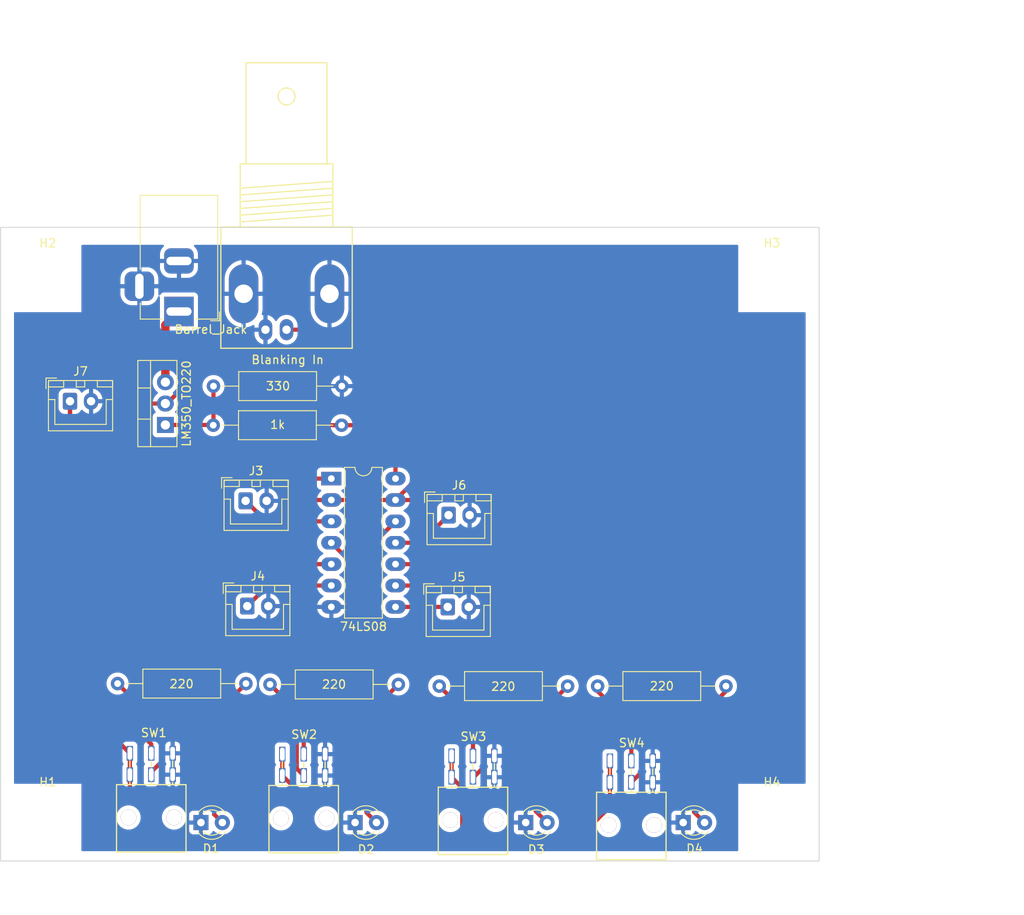
<source format=kicad_pcb>
(kicad_pcb (version 20221018) (generator pcbnew)
  (layers (0 "F.Cu" signal) (31 "B.Cu" signal) (34 "B.Paste" user) (35 "F.Paste" user) (36 "B.SilkS" user "B.Silkscreen") (37 "F.SilkS" user "F.Silkscreen") (38 "B.Mask" user) (39 "F.Mask" user) (44 "Edge.Cuts" user))
  (net 0 "")
  (net 1 "On_4")
  (net 2 "On_3")
  (net 3 "On_2")
  (net 4 "On_1")
  (net 5 "Net-(U0-ADJ)")
  (net 6 "Net-(R4-Pad1)")
  (net 7 "Net-(R3-Pad1)")
  (net 8 "Net-(R2-Pad1)")
  (net 9 "Net-(R1-Pad1)")
  (net 10 "Net-(J6-Pin_1)")
  (net 11 "Net-(J5-Pin_1)")
  (net 12 "Net-(J4-Pin_1)")
  (net 13 "Net-(J3-Pin_1)")
  (net 14 "Net-(D4-A)")
  (net 15 "Net-(D3-A)")
  (net 16 "Net-(D2-A)")
  (net 17 "Net-(D1-A)")
  (net 18 "GNDREF")
  (net 19 "Blanking_In")
  (net 20 "5V")
  (net 21 "+9V")
  (footprint "Resistor_THT:R_Axial_DIN0309_L9.0mm_D3.2mm_P15.24mm_Horizontal" (layer "F.Cu") (at 61.4 129.2)
    (fp_text reference "R2")
    (fp_text value "220" (at 7.6 0) (layer "F.SilkS"))
    (fp_line (start 1.04 0) (end 3 0) (stroke (width 0.12)) (layer "F.SilkS"))
    (fp_line (start 3 -1.72) (end 3 1.72) (stroke (width 0.12)) (layer "F.SilkS"))
    (fp_line (start 3 1.72) (end 12.24 1.72) (stroke (width 0.12)) (layer "F.SilkS"))
    (fp_line (start 12.24 -1.72) (end 3 -1.72) (stroke (width 0.12)) (layer "F.SilkS"))
    (fp_line (start 12.24 1.72) (end 12.24 -1.72) (stroke (width 0.12)) (layer "F.SilkS"))
    (fp_line (start 14.2 0) (end 12.24 0) (stroke (width 0.12)) (layer "F.SilkS"))
    (pad "1" thru_hole circle (at 0 0) (size 1.6 1.6) (drill 0.8) (layers "*.Cu" "*.Mask") (net 8 "Net-(R2-Pad1)"))
    (pad "2" thru_hole oval (at 15.24 0) (size 1.6 1.6) (drill 0.8) (layers "*.Cu" "*.Mask") (net 16 "Net-(D2-A)"))
  )
  (footprint "LED_THT:LED_D3.0mm" (layer "F.Cu") (at 71.5 145.6)
    (fp_text reference "D2" (at 1.3 3.2) (layer "F.SilkS"))
    (fp_text value "LED")
    (fp_line (start -0.29 -1.236) (end -0.29 -1.08) (stroke (width 0.12)) (layer "F.SilkS"))
    (fp_line (start -0.29 1.08) (end -0.29 1.236) (stroke (width 0.12)) (layer "F.SilkS"))
    (fp_arc (start -0.29 -1.235516) (mid 1.366487 -1.987659) (end 2.942335 -1.078608) (stroke (width 0.12)) (layer "F.SilkS"))
    (fp_arc (start 0.229039 -1.08) (mid 1.270117 -1.5) (end 2.31113 -1.079837) (stroke (width 0.12)) (layer "F.SilkS"))
    (fp_arc (start 2.31113 1.079837) (mid 1.270117 1.5) (end 0.229039 1.08) (stroke (width 0.12)) (layer "F.SilkS"))
    (fp_arc (start 2.942335 1.078608) (mid 1.366487 1.987659) (end -0.29 1.235516) (stroke (width 0.12)) (layer "F.SilkS"))
    (pad "1" thru_hole rect (at 0 0) (size 1.8 1.8) (drill 0.9) (layers "*.Cu" "*.Mask") (net 18 "GNDREF"))
    (pad "2" thru_hole circle (at 2.54 0) (size 1.8 1.8) (drill 0.9) (layers "*.Cu" "*.Mask") (net 16 "Net-(D2-A)"))
  )
  (footprint "Resistor_THT:R_Axial_DIN0309_L9.0mm_D3.2mm_P15.24mm_Horizontal" (layer "F.Cu") (at 54.686 93.78)
    (fp_text reference "R99" hide)
    (fp_text value "330" (at 7.67 0) (layer "F.SilkS"))
    (fp_line (start 1.04 0) (end 3 0) (stroke (width 0.12)) (layer "F.SilkS"))
    (fp_line (start 3 -1.72) (end 3 1.72) (stroke (width 0.12)) (layer "F.SilkS"))
    (fp_line (start 3 1.72) (end 12.24 1.72) (stroke (width 0.12)) (layer "F.SilkS"))
    (fp_line (start 12.24 -1.72) (end 3 -1.72) (stroke (width 0.12)) (layer "F.SilkS"))
    (fp_line (start 12.24 1.72) (end 12.24 -1.72) (stroke (width 0.12)) (layer "F.SilkS"))
    (fp_line (start 14.2 0) (end 12.24 0) (stroke (width 0.12)) (layer "F.SilkS"))
    (pad "1" thru_hole circle (at 0 0) (size 1.6 1.6) (drill 0.8) (layers "*.Cu" "*.Mask") (net 5 "Net-(U0-ADJ)"))
    (pad "2" thru_hole oval (at 15.24 0) (size 1.6 1.6) (drill 0.8) (layers "*.Cu" "*.Mask") (net 18 "GNDREF"))
  )
  (footprint "MountingHole:MountingHole_3.2mm_M3" (layer "F.Cu") (at 121 145)
    (fp_text reference "H4" (at 0 -4.2) (layer "F.SilkS"))
    (fp_text value "MountingHole")
    (pad "" np_thru_hole circle (at 0 0) (size 3.2 3.2) (drill 3.2) (layers "*.Cu" "*.Mask"))
  )
  (footprint "Maxime:BNC_Socket_TYCO-AMP_LargePads" (layer "F.Cu") (at 63.36 82.07979)
    (fp_text reference "J2" hide)
    (fp_text value "Blanking In" (at 0.13 8.57) (layer "F.SilkS"))
    (fp_line (start -7.80034 -7.2009) (end -7.80034 7.2009) (stroke (width 0.15)) (layer "F.SilkS"))
    (fp_line (start -7.80034 7.2009) (end 7.80034 7.2009) (stroke (width 0.15)) (layer "F.SilkS"))
    (fp_line (start -5.4991 -14.69898) (end -5.4991 -7.2009) (stroke (width 0.15)) (layer "F.SilkS"))
    (fp_line (start -5.4991 -11.80084) (end 5.4991 -12.60094) (stroke (width 0.15)) (layer "F.SilkS"))
    (fp_line (start -5.4991 -11.00074) (end 5.4991 -11.80084) (stroke (width 0.15)) (layer "F.SilkS"))
    (fp_line (start -5.4991 -10.20064) (end 5.4991 -11.00074) (stroke (width 0.15)) (layer "F.SilkS"))
    (fp_line (start -5.4991 -9.40054) (end 5.4991 -10.20064) (stroke (width 0.15)) (layer "F.SilkS"))
    (fp_line (start -5.4991 -8.60044) (end 5.4991 -9.40054) (stroke (width 0.15)) (layer "F.SilkS"))
    (fp_line (start -5.4991 -7.80034) (end 5.4991 -8.60044) (stroke (width 0.15)) (layer "F.SilkS"))
    (fp_line (start -4.8006 -26.70048) (end -4.8006 -14.69898) (stroke (width 0.15)) (layer "F.SilkS"))
    (fp_line (start 4.8006 -26.70048) (end -4.8006 -26.70048) (stroke (width 0.15)) (layer "F.SilkS"))
    (fp_line (start 4.8006 -14.69898) (end 4.8006 -26.70048) (stroke (width 0.15)) (layer "F.SilkS"))
    (fp_line (start 5.4991 -14.69898) (end -5.4991 -14.69898) (stroke (width 0.15)) (layer "F.SilkS"))
    (fp_line (start 5.4991 -7.2009) (end 5.4991 -14.69898) (stroke (width 0.15)) (layer "F.SilkS"))
    (fp_line (start 7.80034 -7.2009) (end -7.80034 -7.2009) (stroke (width 0.15)) (layer "F.SilkS"))
    (fp_line (start 7.80034 7.2009) (end 7.80034 -7.2009) (stroke (width 0.15)) (layer "F.SilkS"))
    (fp_circle (center 0 -22.69998) (end 1.00076 -22.69998) (stroke (width 0.15)) (fill none) (layer "F.SilkS"))
    (pad "1" thru_hole oval (at 0 5.00126) (size 1.6002 2.49936) (drill 1.00076) (layers "*.Cu" "*.Mask") (net 19 "Blanking_In"))
    (pad "2" thru_hole oval (at -5.09778 0.7366) (size 3.50012 7.00024) (drill 2.19964) (layers "*.Cu" "*.Mask") (net 18 "GNDREF"))
    (pad "2" thru_hole oval (at -2.49936 5.00126) (size 1.6002 2.49936) (drill 1.00076) (layers "*.Cu" "*.Mask") (net 18 "GNDREF"))
    (pad "2" thru_hole oval (at 5.10032 0.7366) (size 3.50012 7.00024) (drill 2.19964) (layers "*.Cu" "*.Mask") (net 18 "GNDREF"))
  )
  (footprint "MountingHole:MountingHole_3.2mm_M3" (layer "F.Cu") (at 121 81)
    (fp_text reference "H3" (at 0 -4.2) (layer "F.SilkS"))
    (fp_text value "MountingHole")
    (pad "" np_thru_hole circle (at 0 0) (size 3.2 3.2) (drill 3.2) (layers "*.Cu" "*.Mask"))
  )
  (footprint "MountingHole:MountingHole_3.2mm_M3" (layer "F.Cu") (at 35 145)
    (fp_text reference "H1" (at 0 -4.2) (layer "F.SilkS"))
    (fp_text value "MountingHole")
    (pad "" np_thru_hole circle (at 0 0) (size 3.2 3.2) (drill 3.2) (layers "*.Cu" "*.Mask"))
  )
  (footprint "Maxime:maxi_DPDT_Angled" (layer "F.Cu") (at 65.4 149.2)
    (fp_text reference "SW2" (at 0.05 -14.05) (layer "F.SilkS"))
    (fp_text value "SW_Push_DPDT" hide)
    (fp_line (start -4.125 -8) (end -4.125 0) (stroke (width 0.15)) (layer "F.SilkS"))
    (fp_line (start -4.125 -8) (end 4.125 -8) (stroke (width 0.15)) (layer "F.SilkS"))
    (fp_line (start -4.125 0.005) (end 4.125 0.005) (stroke (width 0.15)) (layer "F.SilkS"))
    (fp_line (start -2.54 -10.8) (end -2.54 -10.1) (stroke (width 0.15)) (layer "F.SilkS"))
    (fp_line (start -2.54 -8.25) (end -2.54 -8) (stroke (width 0.15)) (layer "F.SilkS"))
    (fp_line (start 0 -10.8) (end 0 -10.1) (stroke (width 0.15)) (layer "F.SilkS"))
    (fp_line (start 0 -8.25) (end 0 -8) (stroke (width 0.15)) (layer "F.SilkS"))
    (fp_line (start 2.54 -10.8) (end 2.54 -10.1) (stroke (width 0.15)) (layer "F.SilkS"))
    (fp_line (start 2.54 -8) (end 2.54 -8.25) (stroke (width 0.15)) (layer "F.SilkS"))
    (fp_line (start 4.125 -8) (end 4.125 0) (stroke (width 0.15)) (layer "F.SilkS"))
    (pad "1" thru_hole rect (at -2.54 -11.72) (size 0.75 1.75) (drill oval 0.55 1.55) (layers "*.Cu" "*.Mask") (net 20 "5V"))
    (pad "2" thru_hole rect (at 0 -11.72) (size 0.75 1.75) (drill oval 0.55 1.55) (layers "*.Cu" "*.Mask") (net 3 "On_2"))
    (pad "3" thru_hole rect (at 2.54 -11.72) (size 0.75 1.75) (drill oval 0.55 1.55) (layers "*.Cu" "*.Mask") (net 18 "GNDREF"))
    (pad "4" thru_hole rect (at -2.54 -9.18) (size 0.75 1.75) (drill oval 0.55 1.55) (layers "*.Cu" "*.Mask") (net 20 "5V"))
    (pad "5" thru_hole rect (at 0 -9.18) (size 0.75 1.75) (drill oval 0.55 1.55) (layers "*.Cu" "*.Mask") (net 8 "Net-(R2-Pad1)"))
    (pad "6" thru_hole rect (at 2.54 -9.18) (size 0.75 1.75) (drill oval 0.55 1.55) (layers "*.Cu" "*.Mask") (net 18 "GNDREF"))
    (pad "7" thru_hole circle (at -2.7 -4.1) (size 1.85 1.85) (drill 1.85) (layers "*.Cu" "*.Mask"))
    (pad "8" thru_hole circle (at 2.7 -4.1) (size 1.85 1.85) (drill 1.85) (layers "*.Cu" "*.Mask"))
  )
  (footprint "Maxime:maxi_DPDT_Angled" (layer "F.Cu") (at 104.3 150)
    (fp_text reference "SW4" (at 0.05 -13.85) (layer "F.SilkS"))
    (fp_text value "SW_Push_DPDT" hide)
    (fp_line (start -4.125 -8) (end -4.125 0) (stroke (width 0.15)) (layer "F.SilkS"))
    (fp_line (start -4.125 -8) (end 4.125 -8) (stroke (width 0.15)) (layer "F.SilkS"))
    (fp_line (start -4.125 0.005) (end 4.125 0.005) (stroke (width 0.15)) (layer "F.SilkS"))
    (fp_line (start -2.54 -10.8) (end -2.54 -10.1) (stroke (width 0.15)) (layer "F.SilkS"))
    (fp_line (start -2.54 -8.25) (end -2.54 -8) (stroke (width 0.15)) (layer "F.SilkS"))
    (fp_line (start 0 -10.8) (end 0 -10.1) (stroke (width 0.15)) (layer "F.SilkS"))
    (fp_line (start 0 -8.25) (end 0 -8) (stroke (width 0.15)) (layer "F.SilkS"))
    (fp_line (start 2.54 -10.8) (end 2.54 -10.1) (stroke (width 0.15)) (layer "F.SilkS"))
    (fp_line (start 2.54 -8) (end 2.54 -8.25) (stroke (width 0.15)) (layer "F.SilkS"))
    (fp_line (start 4.125 -8) (end 4.125 0) (stroke (width 0.15)) (layer "F.SilkS"))
    (pad "1" thru_hole rect (at -2.54 -11.72) (size 0.75 1.75) (drill oval 0.55 1.55) (layers "*.Cu" "*.Mask") (net 20 "5V"))
    (pad "2" thru_hole rect (at 0 -11.72) (size 0.75 1.75) (drill oval 0.55 1.55) (layers "*.Cu" "*.Mask") (net 1 "On_4"))
    (pad "3" thru_hole rect (at 2.54 -11.72) (size 0.75 1.75) (drill oval 0.55 1.55) (layers "*.Cu" "*.Mask") (net 18 "GNDREF"))
    (pad "4" thru_hole rect (at -2.54 -9.18) (size 0.75 1.75) (drill oval 0.55 1.55) (layers "*.Cu" "*.Mask") (net 20 "5V"))
    (pad "5" thru_hole rect (at 0 -9.18) (size 0.75 1.75) (drill oval 0.55 1.55) (layers "*.Cu" "*.Mask") (net 6 "Net-(R4-Pad1)"))
    (pad "6" thru_hole rect (at 2.54 -9.18) (size 0.75 1.75) (drill oval 0.55 1.55) (layers "*.Cu" "*.Mask") (net 18 "GNDREF"))
    (pad "7" thru_hole circle (at -2.7 -4.1) (size 1.85 1.85) (drill 1.85) (layers "*.Cu" "*.Mask"))
    (pad "8" thru_hole circle (at 2.7 -4.1) (size 1.85 1.85) (drill 1.85) (layers "*.Cu" "*.Mask"))
  )
  (footprint "Resistor_THT:R_Axial_DIN0309_L9.0mm_D3.2mm_P15.24mm_Horizontal" (layer "F.Cu") (at 54.66 98.42)
    (fp_text reference "R98" hide)
    (fp_text value "1k" (at 7.64 -0.07) (layer "F.SilkS"))
    (fp_line (start 1.04 0) (end 3 0) (stroke (width 0.12)) (layer "F.SilkS"))
    (fp_line (start 3 -1.72) (end 3 1.72) (stroke (width 0.12)) (layer "F.SilkS"))
    (fp_line (start 3 1.72) (end 12.24 1.72) (stroke (width 0.12)) (layer "F.SilkS"))
    (fp_line (start 12.24 -1.72) (end 3 -1.72) (stroke (width 0.12)) (layer "F.SilkS"))
    (fp_line (start 12.24 1.72) (end 12.24 -1.72) (stroke (width 0.12)) (layer "F.SilkS"))
    (fp_line (start 14.2 0) (end 12.24 0) (stroke (width 0.12)) (layer "F.SilkS"))
    (pad "1" thru_hole circle (at 0 0) (size 1.6 1.6) (drill 0.8) (layers "*.Cu" "*.Mask") (net 5 "Net-(U0-ADJ)"))
    (pad "2" thru_hole oval (at 15.24 0) (size 1.6 1.6) (drill 0.8) (layers "*.Cu" "*.Mask") (net 20 "5V"))
  )
  (footprint "Maxime:maxi_DPDT_Angled" (layer "F.Cu") (at 85.5 149.4)
    (fp_text reference "SW3" (at 0.05 -14) (layer "F.SilkS"))
    (fp_text value "SW_Push_DPDT" hide)
    (fp_line (start -4.125 -8) (end -4.125 0) (stroke (width 0.15)) (layer "F.SilkS"))
    (fp_line (start -4.125 -8) (end 4.125 -8) (stroke (width 0.15)) (layer "F.SilkS"))
    (fp_line (start -4.125 0.005) (end 4.125 0.005) (stroke (width 0.15)) (layer "F.SilkS"))
    (fp_line (start -2.54 -10.8) (end -2.54 -10.1) (stroke (width 0.15)) (layer "F.SilkS"))
    (fp_line (start -2.54 -8.25) (end -2.54 -8) (stroke (width 0.15)) (layer "F.SilkS"))
    (fp_line (start 0 -10.8) (end 0 -10.1) (stroke (width 0.15)) (layer "F.SilkS"))
    (fp_line (start 0 -8.25) (end 0 -8) (stroke (width 0.15)) (layer "F.SilkS"))
    (fp_line (start 2.54 -10.8) (end 2.54 -10.1) (stroke (width 0.15)) (layer "F.SilkS"))
    (fp_line (start 2.54 -8) (end 2.54 -8.25) (stroke (width 0.15)) (layer "F.SilkS"))
    (fp_line (start 4.125 -8) (end 4.125 0) (stroke (width 0.15)) (layer "F.SilkS"))
    (pad "1" thru_hole rect (at -2.54 -11.72) (size 0.75 1.75) (drill oval 0.55 1.55) (layers "*.Cu" "*.Mask") (net 20 "5V"))
    (pad "2" thru_hole rect (at 0 -11.72) (size 0.75 1.75) (drill oval 0.55 1.55) (layers "*.Cu" "*.Mask") (net 2 "On_3"))
    (pad "3" thru_hole rect (at 2.54 -11.72) (size 0.75 1.75) (drill oval 0.55 1.55) (layers "*.Cu" "*.Mask") (net 18 "GNDREF"))
    (pad "4" thru_hole rect (at -2.54 -9.18) (size 0.75 1.75) (drill oval 0.55 1.55) (layers "*.Cu" "*.Mask") (net 20 "5V"))
    (pad "5" thru_hole rect (at 0 -9.18) (size 0.75 1.75) (drill oval 0.55 1.55) (layers "*.Cu" "*.Mask") (net 7 "Net-(R3-Pad1)"))
    (pad "6" thru_hole rect (at 2.54 -9.18) (size 0.75 1.75) (drill oval 0.55 1.55) (layers "*.Cu" "*.Mask") (net 18 "GNDREF"))
    (pad "7" thru_hole circle (at -2.7 -4.1) (size 1.85 1.85) (drill 1.85) (layers "*.Cu" "*.Mask"))
    (pad "8" thru_hole circle (at 2.7 -4.1) (size 1.85 1.85) (drill 1.85) (layers "*.Cu" "*.Mask"))
  )
  (footprint "Connector_JST:JST_XH_B2B-XH-A_1x02_P2.50mm_Vertical" (layer "F.Cu") (at 82.6 109.1)
    (fp_text reference "J6" (at 1.25 -3.55) (layer "F.SilkS"))
    (fp_text value "Conn_01x02_Socket" hide)
    (fp_line (start -2.85 -2.75) (end -2.85 -1.5) (stroke (width 0.12)) (layer "F.SilkS"))
    (fp_line (start -2.56 -2.46) (end -2.56 3.51) (stroke (width 0.12)) (layer "F.SilkS"))
    (fp_line (start -2.56 3.51) (end 5.06 3.51) (stroke (width 0.12)) (layer "F.SilkS"))
    (fp_line (start -2.55 -2.45) (end -2.55 -1.7) (stroke (width 0.12)) (layer "F.SilkS"))
    (fp_line (start -2.55 -1.7) (end -0.75 -1.7) (stroke (width 0.12)) (layer "F.SilkS"))
    (fp_line (start -2.55 -0.2) (end -1.8 -0.2) (stroke (width 0.12)) (layer "F.SilkS"))
    (fp_line (start -1.8 -0.2) (end -1.8 2.75) (stroke (width 0.12)) (layer "F.SilkS"))
    (fp_line (start -1.8 2.75) (end 1.25 2.75) (stroke (width 0.12)) (layer "F.SilkS"))
    (fp_line (start -1.6 -2.75) (end -2.85 -2.75) (stroke (width 0.12)) (layer "F.SilkS"))
    (fp_line (start -0.75 -2.45) (end -2.55 -2.45) (stroke (width 0.12)) (layer "F.SilkS"))
    (fp_line (start -0.75 -1.7) (end -0.75 -2.45) (stroke (width 0.12)) (layer "F.SilkS"))
    (fp_line (start 0.75 -2.45) (end 0.75 -1.7) (stroke (width 0.12)) (layer "F.SilkS"))
    (fp_line (start 0.75 -1.7) (end 1.75 -1.7) (stroke (width 0.12)) (layer "F.SilkS"))
    (fp_line (start 1.75 -2.45) (end 0.75 -2.45) (stroke (width 0.12)) (layer "F.SilkS"))
    (fp_line (start 1.75 -1.7) (end 1.75 -2.45) (stroke (width 0.12)) (layer "F.SilkS"))
    (fp_line (start 3.25 -2.45) (end 3.25 -1.7) (stroke (width 0.12)) (layer "F.SilkS"))
    (fp_line (start 3.25 -1.7) (end 5.05 -1.7) (stroke (width 0.12)) (layer "F.SilkS"))
    (fp_line (start 4.3 -0.2) (end 4.3 2.75) (stroke (width 0.12)) (layer "F.SilkS"))
    (fp_line (start 4.3 2.75) (end 1.25 2.75) (stroke (width 0.12)) (layer "F.SilkS"))
    (fp_line (start 5.05 -2.45) (end 3.25 -2.45) (stroke (width 0.12)) (layer "F.SilkS"))
    (fp_line (start 5.05 -1.7) (end 5.05 -2.45) (stroke (width 0.12)) (layer "F.SilkS"))
    (fp_line (start 5.05 -0.2) (end 4.3 -0.2) (stroke (width 0.12)) (layer "F.SilkS"))
    (fp_line (start 5.06 -2.46) (end -2.56 -2.46) (stroke (width 0.12)) (layer "F.SilkS"))
    (fp_line (start 5.06 3.51) (end 5.06 -2.46) (stroke (width 0.12)) (layer "F.SilkS"))
    (pad "1" thru_hole roundrect (at 0 0) (size 1.7 2) (drill 1) (layers "*.Cu" "*.Mask") (roundrect_rratio 0.147059) (net 10 "Net-(J6-Pin_1)"))
    (pad "2" thru_hole oval (at 2.5 0) (size 1.7 2) (drill 1) (layers "*.Cu" "*.Mask") (net 18 "GNDREF"))
  )
  (footprint "Resistor_THT:R_Axial_DIN0309_L9.0mm_D3.2mm_P15.24mm_Horizontal" (layer "F.Cu") (at 100.3 129.4)
    (fp_text reference "R4")
    (fp_text value "220" (at 7.62 0) (layer "F.SilkS"))
    (fp_line (start 1.04 0) (end 3 0) (stroke (width 0.12)) (layer "F.SilkS"))
    (fp_line (start 3 -1.72) (end 3 1.72) (stroke (width 0.12)) (layer "F.SilkS"))
    (fp_line (start 3 1.72) (end 12.24 1.72) (stroke (width 0.12)) (layer "F.SilkS"))
    (fp_line (start 12.24 -1.72) (end 3 -1.72) (stroke (width 0.12)) (layer "F.SilkS"))
    (fp_line (start 12.24 1.72) (end 12.24 -1.72) (stroke (width 0.12)) (layer "F.SilkS"))
    (fp_line (start 14.2 0) (end 12.24 0) (stroke (width 0.12)) (layer "F.SilkS"))
    (pad "1" thru_hole circle (at 0 0) (size 1.6 1.6) (drill 0.8) (layers "*.Cu" "*.Mask") (net 6 "Net-(R4-Pad1)"))
    (pad "2" thru_hole oval (at 15.24 0) (size 1.6 1.6) (drill 0.8) (layers "*.Cu" "*.Mask") (net 14 "Net-(D4-A)"))
  )
  (footprint "Package_DIP:DIP-14_W7.62mm_LongPads" (layer "F.Cu") (at 68.68 104.76)
    (fp_text reference "U1" hide)
    (fp_text value "74LS08" (at 3.81 17.57) (layer "F.SilkS"))
    (fp_line (start 1.56 -1.33) (end 1.56 16.57) (stroke (width 0.12)) (layer "F.SilkS"))
    (fp_line (start 1.56 16.57) (end 6.06 16.57) (stroke (width 0.12)) (layer "F.SilkS"))
    (fp_line (start 2.81 -1.33) (end 1.56 -1.33) (stroke (width 0.12)) (layer "F.SilkS"))
    (fp_line (start 6.06 -1.33) (end 4.81 -1.33) (stroke (width 0.12)) (layer "F.SilkS"))
    (fp_line (start 6.06 16.57) (end 6.06 -1.33) (stroke (width 0.12)) (layer "F.SilkS"))
    (fp_arc (start 4.81 -1.33) (mid 3.81 -0.33) (end 2.81 -1.33) (stroke (width 0.12)) (layer "F.SilkS"))
    (pad "1" thru_hole rect (at 0 0) (size 2.4 1.6) (drill 0.8) (layers "*.Cu" "*.Mask") (net 4 "On_1"))
    (pad "2" thru_hole oval (at 0 2.54) (size 2.4 1.6) (drill 0.8) (layers "*.Cu" "*.Mask") (net 19 "Blanking_In"))
    (pad "3" thru_hole oval (at 0 5.08) (size 2.4 1.6) (drill 0.8) (layers "*.Cu" "*.Mask") (net 13 "Net-(J3-Pin_1)"))
    (pad "4" thru_hole oval (at 0 7.62) (size 2.4 1.6) (drill 0.8) (layers "*.Cu" "*.Mask") (net 3 "On_2"))
    (pad "5" thru_hole oval (at 0 10.16) (size 2.4 1.6) (drill 0.8) (layers "*.Cu" "*.Mask") (net 19 "Blanking_In"))
    (pad "6" thru_hole oval (at 0 12.7) (size 2.4 1.6) (drill 0.8) (layers "*.Cu" "*.Mask") (net 12 "Net-(J4-Pin_1)"))
    (pad "7" thru_hole oval (at 0 15.24) (size 2.4 1.6) (drill 0.8) (layers "*.Cu" "*.Mask") (net 18 "GNDREF"))
    (pad "8" thru_hole oval (at 7.62 15.24) (size 2.4 1.6) (drill 0.8) (layers "*.Cu" "*.Mask") (net 11 "Net-(J5-Pin_1)"))
    (pad "9" thru_hole oval (at 7.62 12.7) (size 2.4 1.6) (drill 0.8) (layers "*.Cu" "*.Mask") (net 1 "On_4"))
    (pad "10" thru_hole oval (at 7.62 10.16) (size 2.4 1.6) (drill 0.8) (layers "*.Cu" "*.Mask") (net 19 "Blanking_In"))
    (pad "11" thru_hole oval (at 7.62 7.62) (size 2.4 1.6) (drill 0.8) (layers "*.Cu" "*.Mask") (net 10 "Net-(J6-Pin_1)"))
    (pad "12" thru_hole oval (at 7.62 5.08) (size 2.4 1.6) (drill 0.8) (layers "*.Cu" "*.Mask") (net 2 "On_3"))
    (pad "13" thru_hole oval (at 7.62 2.54) (size 2.4 1.6) (drill 0.8) (layers "*.Cu" "*.Mask") (net 19 "Blanking_In"))
    (pad "14" thru_hole oval (at 7.62 0) (size 2.4 1.6) (drill 0.8) (layers "*.Cu" "*.Mask") (net 20 "5V"))
  )
  (footprint "Resistor_THT:R_Axial_DIN0309_L9.0mm_D3.2mm_P15.24mm_Horizontal" (layer "F.Cu") (at 81.5 129.4)
    (fp_text reference "R3")
    (fp_text value "220" (at 7.6 0.05) (layer "F.SilkS"))
    (fp_line (start 1.04 0) (end 3 0) (stroke (width 0.12)) (layer "F.SilkS"))
    (fp_line (start 3 -1.72) (end 3 1.72) (stroke (width 0.12)) (layer "F.SilkS"))
    (fp_line (start 3 1.72) (end 12.24 1.72) (stroke (width 0.12)) (layer "F.SilkS"))
    (fp_line (start 12.24 -1.72) (end 3 -1.72) (stroke (width 0.12)) (layer "F.SilkS"))
    (fp_line (start 12.24 1.72) (end 12.24 -1.72) (stroke (width 0.12)) (layer "F.SilkS"))
    (fp_line (start 14.2 0) (end 12.24 0) (stroke (width 0.12)) (layer "F.SilkS"))
    (pad "1" thru_hole circle (at 0 0) (size 1.6 1.6) (drill 0.8) (layers "*.Cu" "*.Mask") (net 7 "Net-(R3-Pad1)"))
    (pad "2" thru_hole oval (at 15.24 0) (size 1.6 1.6) (drill 0.8) (layers "*.Cu" "*.Mask") (net 15 "Net-(D3-A)"))
  )
  (footprint "LED_THT:LED_D3.0mm" (layer "F.Cu") (at 53.2 145.6)
    (fp_text reference "D1" (at 1.2 3.1) (layer "F.SilkS"))
    (fp_text value "LED")
    (fp_line (start -0.29 -1.236) (end -0.29 -1.08) (stroke (width 0.12)) (layer "F.SilkS"))
    (fp_line (start -0.29 1.08) (end -0.29 1.236) (stroke (width 0.12)) (layer "F.SilkS"))
    (fp_arc (start -0.29 -1.235516) (mid 1.366487 -1.987659) (end 2.942335 -1.078608) (stroke (width 0.12)) (layer "F.SilkS"))
    (fp_arc (start 0.229039 -1.08) (mid 1.270117 -1.5) (end 2.31113 -1.079837) (stroke (width 0.12)) (layer "F.SilkS"))
    (fp_arc (start 2.31113 1.079837) (mid 1.270117 1.5) (end 0.229039 1.08) (stroke (width 0.12)) (layer "F.SilkS"))
    (fp_arc (start 2.942335 1.078608) (mid 1.366487 1.987659) (end -0.29 1.235516) (stroke (width 0.12)) (layer "F.SilkS"))
    (pad "1" thru_hole rect (at 0 0) (size 1.8 1.8) (drill 0.9) (layers "*.Cu" "*.Mask") (net 18 "GNDREF"))
    (pad "2" thru_hole circle (at 2.54 0) (size 1.8 1.8) (drill 0.9) (layers "*.Cu" "*.Mask") (net 17 "Net-(D1-A)"))
  )
  (footprint "Maxime:maxi_DPDT_Angled" (layer "F.Cu") (at 47.3 149.1)
    (fp_text reference "SW1" (at 0.3 -14.15) (layer "F.SilkS"))
    (fp_text value "SW_Push_DPDT" hide)
    (fp_line (start -4.125 -8) (end -4.125 0) (stroke (width 0.15)) (layer "F.SilkS"))
    (fp_line (start -4.125 -8) (end 4.125 -8) (stroke (width 0.15)) (layer "F.SilkS"))
    (fp_line (start -4.125 0.005) (end 4.125 0.005) (stroke (width 0.15)) (layer "F.SilkS"))
    (fp_line (start -2.54 -10.8) (end -2.54 -10.1) (stroke (width 0.15)) (layer "F.SilkS"))
    (fp_line (start -2.54 -8.25) (end -2.54 -8) (stroke (width 0.15)) (layer "F.SilkS"))
    (fp_line (start 0 -10.8) (end 0 -10.1) (stroke (width 0.15)) (layer "F.SilkS"))
    (fp_line (start 0 -8.25) (end 0 -8) (stroke (width 0.15)) (layer "F.SilkS"))
    (fp_line (start 2.54 -10.8) (end 2.54 -10.1) (stroke (width 0.15)) (layer "F.SilkS"))
    (fp_line (start 2.54 -8) (end 2.54 -8.25) (stroke (width 0.15)) (layer "F.SilkS"))
    (fp_line (start 4.125 -8) (end 4.125 0) (stroke (width 0.15)) (layer "F.SilkS"))
    (pad "1" thru_hole rect (at -2.54 -11.72) (size 0.75 1.75) (drill oval 0.55 1.55) (layers "*.Cu" "*.Mask") (net 20 "5V"))
    (pad "2" thru_hole rect (at 0 -11.72) (size 0.75 1.75) (drill oval 0.55 1.55) (layers "*.Cu" "*.Mask") (net 4 "On_1"))
    (pad "3" thru_hole rect (at 2.54 -11.72) (size 0.75 1.75) (drill oval 0.55 1.55) (layers "*.Cu" "*.Mask") (net 18 "GNDREF"))
    (pad "4" thru_hole rect (at -2.54 -9.18) (size 0.75 1.75) (drill oval 0.55 1.55) (layers "*.Cu" "*.Mask") (net 20 "5V"))
    (pad "5" thru_hole rect (at 0 -9.18) (size 0.75 1.75) (drill oval 0.55 1.55) (layers "*.Cu" "*.Mask") (net 9 "Net-(R1-Pad1)"))
    (pad "6" thru_hole rect (at 2.54 -9.18) (size 0.75 1.75) (drill oval 0.55 1.55) (layers "*.Cu" "*.Mask") (net 18 "GNDREF"))
    (pad "7" thru_hole circle (at -2.7 -4.1) (size 1.85 1.85) (drill 1.85) (layers "*.Cu" "*.Mask"))
    (pad "8" thru_hole circle (at 2.7 -4.1) (size 1.85 1.85) (drill 1.85) (layers "*.Cu" "*.Mask"))
  )
  (footprint "Connector_JST:JST_XH_B2B-XH-A_1x02_P2.50mm_Vertical" (layer "F.Cu") (at 37.65 95.575)
    (fp_text reference "J7" (at 1.25 -3.55) (layer "F.SilkS"))
    (fp_text value "5 Vin (optional)")
    (fp_line (start -2.85 -2.75) (end -2.85 -1.5) (stroke (width 0.12)) (layer "F.SilkS"))
    (fp_line (start -2.56 -2.46) (end -2.56 3.51) (stroke (width 0.12)) (layer "F.SilkS"))
    (fp_line (start -2.56 3.51) (end 5.06 3.51) (stroke (width 0.12)) (layer "F.SilkS"))
    (fp_line (start -2.55 -2.45) (end -2.55 -1.7) (stroke (width 0.12)) (layer "F.SilkS"))
    (fp_line (start -2.55 -1.7) (end -0.75 -1.7) (stroke (width 0.12)) (layer "F.SilkS"))
    (fp_line (start -2.55 -0.2) (end -1.8 -0.2) (stroke (width 0.12)) (layer "F.SilkS"))
    (fp_line (start -1.8 -0.2) (end -1.8 2.75) (stroke (width 0.12)) (layer "F.SilkS"))
    (fp_line (start -1.8 2.75) (end 1.25 2.75) (stroke (width 0.12)) (layer "F.SilkS"))
    (fp_line (start -1.6 -2.75) (end -2.85 -2.75) (stroke (width 0.12)) (layer "F.SilkS"))
    (fp_line (start -0.75 -2.45) (end -2.55 -2.45) (stroke (width 0.12)) (layer "F.SilkS"))
    (fp_line (start -0.75 -1.7) (end -0.75 -2.45) (stroke (width 0.12)) (layer "F.SilkS"))
    (fp_line (start 0.75 -2.45) (end 0.75 -1.7) (stroke (width 0.12)) (layer "F.SilkS"))
    (fp_line (start 0.75 -1.7) (end 1.75 -1.7) (stroke (width 0.12)) (layer "F.SilkS"))
    (fp_line (start 1.75 -2.45) (end 0.75 -2.45) (stroke (width 0.12)) (layer "F.SilkS"))
    (fp_line (start 1.75 -1.7) (end 1.75 -2.45) (stroke (width 0.12)) (layer "F.SilkS"))
    (fp_line (start 3.25 -2.45) (end 3.25 -1.7) (stroke (width 0.12)) (layer "F.SilkS"))
    (fp_line (start 3.25 -1.7) (end 5.05 -1.7) (stroke (width 0.12)) (layer "F.SilkS"))
    (fp_line (start 4.3 -0.2) (end 4.3 2.75) (stroke (width 0.12)) (layer "F.SilkS"))
    (fp_line (start 4.3 2.75) (end 1.25 2.75) (stroke (width 0.12)) (layer "F.SilkS"))
    (fp_line (start 5.05 -2.45) (end 3.25 -2.45) (stroke (width 0.12)) (layer "F.SilkS"))
    (fp_line (start 5.05 -1.7) (end 5.05 -2.45) (stroke (width 0.12)) (layer "F.SilkS"))
    (fp_line (start 5.05 -0.2) (end 4.3 -0.2) (stroke (width 0.12)) (layer "F.SilkS"))
    (fp_line (start 5.06 -2.46) (end -2.56 -2.46) (stroke (width 0.12)) (layer "F.SilkS"))
    (fp_line (start 5.06 3.51) (end 5.06 -2.46) (stroke (width 0.12)) (layer "F.SilkS"))
    (pad "1" thru_hole roundrect (at 0 0) (size 1.7 2) (drill 1) (layers "*.Cu" "*.Mask") (roundrect_rratio 0.147059) (net 20 "5V"))
    (pad "2" thru_hole oval (at 2.5 0) (size 1.7 2) (drill 1) (layers "*.Cu" "*.Mask") (net 18 "GNDREF"))
  )
  (footprint "Connector_BarrelJack:BarrelJack_Horizontal" (layer "F.Cu") (at 50.5875 84.92 -90)
    (fp_text reference "J1" hide)
    (fp_text value "Barrel_Jack" (at 2.13 -3.8 180) (layer "F.SilkS"))
    (fp_line (start -13.8 -4.6) (end 0.9 -4.6) (stroke (width 0.12)) (layer "F.SilkS"))
    (fp_line (start -13.8 4.6) (end -13.8 -4.6) (stroke (width 0.12)) (layer "F.SilkS"))
    (fp_line (start -5 4.6) (end -13.8 4.6) (stroke (width 0.12)) (layer "F.SilkS"))
    (fp_line (start 0.05 -4.8) (end 1.1 -4.8) (stroke (width 0.12)) (layer "F.SilkS"))
    (fp_line (start 0.9 -4.6) (end 0.9 -2) (stroke (width 0.12)) (layer "F.SilkS"))
    (fp_line (start 0.9 1.9) (end 0.9 4.6) (stroke (width 0.12)) (layer "F.SilkS"))
    (fp_line (start 0.9 4.6) (end -1 4.6) (stroke (width 0.12)) (layer "F.SilkS"))
    (fp_line (start 1.1 -3.75) (end 1.1 -4.8) (stroke (width 0.12)) (layer "F.SilkS"))
    (pad "1" thru_hole rect (at 0 0 270) (size 3.5 3.5) (drill oval 1 3) (layers "*.Cu" "*.Mask") (net 21 "+9V"))
    (pad "2" thru_hole roundrect (at -6 0 270) (size 3 3.5) (drill oval 1 3) (layers "*.Cu" "*.Mask") (net 18 "GNDREF"))
    (pad "3" thru_hole roundrect (at -3 4.7 270) (size 3.5 3.5) (drill oval 3 1) (layers "*.Cu" "*.Mask") (net 18 "GNDREF"))
  )
  (footprint "Connector_JST:JST_XH_B2B-XH-A_1x02_P2.50mm_Vertical" (layer "F.Cu") (at 58.5 107.4)
    (fp_text reference "J3" (at 1.25 -3.55) (layer "F.SilkS"))
    (fp_text value "Conn_01x02_Socket")
    (fp_line (start -2.85 -2.75) (end -2.85 -1.5) (stroke (width 0.12)) (layer "F.SilkS"))
    (fp_line (start -2.56 -2.46) (end -2.56 3.51) (stroke (width 0.12)) (layer "F.SilkS"))
    (fp_line (start -2.56 3.51) (end 5.06 3.51) (stroke (width 0.12)) (layer "F.SilkS"))
    (fp_line (start -2.55 -2.45) (end -2.55 -1.7) (stroke (width 0.12)) (layer "F.SilkS"))
    (fp_line (start -2.55 -1.7) (end -0.75 -1.7) (stroke (width 0.12)) (layer "F.SilkS"))
    (fp_line (start -2.55 -0.2) (end -1.8 -0.2) (stroke (width 0.12)) (layer "F.SilkS"))
    (fp_line (start -1.8 -0.2) (end -1.8 2.75) (stroke (width 0.12)) (layer "F.SilkS"))
    (fp_line (start -1.8 2.75) (end 1.25 2.75) (stroke (width 0.12)) (layer "F.SilkS"))
    (fp_line (start -1.6 -2.75) (end -2.85 -2.75) (stroke (width 0.12)) (layer "F.SilkS"))
    (fp_line (start -0.75 -2.45) (end -2.55 -2.45) (stroke (width 0.12)) (layer "F.SilkS"))
    (fp_line (start -0.75 -1.7) (end -0.75 -2.45) (stroke (width 0.12)) (layer "F.SilkS"))
    (fp_line (start 0.75 -2.45) (end 0.75 -1.7) (stroke (width 0.12)) (layer "F.SilkS"))
    (fp_line (start 0.75 -1.7) (end 1.75 -1.7) (stroke (width 0.12)) (layer "F.SilkS"))
    (fp_line (start 1.75 -2.45) (end 0.75 -2.45) (stroke (width 0.12)) (layer "F.SilkS"))
    (fp_line (start 1.75 -1.7) (end 1.75 -2.45) (stroke (width 0.12)) (layer "F.SilkS"))
    (fp_line (start 3.25 -2.45) (end 3.25 -1.7) (stroke (width 0.12)) (layer "F.SilkS"))
    (fp_line (start 3.25 -1.7) (end 5.05 -1.7) (stroke (width 0.12)) (layer "F.SilkS"))
    (fp_line (start 4.3 -0.2) (end 4.3 2.75) (stroke (width 0.12)) (layer "F.SilkS"))
    (fp_line (start 4.3 2.75) (end 1.25 2.75) (stroke (width 0.12)) (layer "F.SilkS"))
    (fp_line (start 5.05 -2.45) (end 3.25 -2.45) (stroke (width 0.12)) (layer "F.SilkS"))
    (fp_line (start 5.05 -1.7) (end 5.05 -2.45) (stroke (width 0.12)) (layer "F.SilkS"))
    (fp_line (start 5.05 -0.2) (end 4.3 -0.2) (stroke (width 0.12)) (layer "F.SilkS"))
    (fp_line (start 5.06 -2.46) (end -2.56 -2.46) (stroke (width 0.12)) (layer "F.SilkS"))
    (fp_line (start 5.06 3.51) (end 5.06 -2.46) (stroke (width 0.12)) (layer "F.SilkS"))
    (pad "1" thru_hole roundrect (at 0 0) (size 1.7 2) (drill 1) (layers "*.Cu" "*.Mask") (roundrect_rratio 0.147059) (net 13 "Net-(J3-Pin_1)"))
    (pad "2" thru_hole oval (at 2.5 0) (size 1.7 2) (drill 1) (layers "*.Cu" "*.Mask") (net 18 "GNDREF"))
  )
  (footprint "LED_THT:LED_D3.0mm" (layer "F.Cu") (at 110.46 145.6)
    (fp_text reference "D4" (at 1.35 3.1) (layer "F.SilkS"))
    (fp_text value "LED")
    (fp_line (start -0.29 -1.236) (end -0.29 -1.08) (stroke (width 0.12)) (layer "F.SilkS"))
    (fp_line (start -0.29 1.08) (end -0.29 1.236) (stroke (width 0.12)) (layer "F.SilkS"))
    (fp_arc (start -0.29 -1.235516) (mid 1.366487 -1.987659) (end 2.942335 -1.078608) (stroke (width 0.12)) (layer "F.SilkS"))
    (fp_arc (start 0.229039 -1.08) (mid 1.270117 -1.5) (end 2.31113 -1.079837) (stroke (width 0.12)) (layer "F.SilkS"))
    (fp_arc (start 2.31113 1.079837) (mid 1.270117 1.5) (end 0.229039 1.08) (stroke (width 0.12)) (layer "F.SilkS"))
    (fp_arc (start 2.942335 1.078608) (mid 1.366487 1.987659) (end -0.29 1.235516) (stroke (width 0.12)) (layer "F.SilkS"))
    (pad "1" thru_hole rect (at 0 0) (size 1.8 1.8) (drill 0.9) (layers "*.Cu" "*.Mask") (net 18 "GNDREF"))
    (pad "2" thru_hole circle (at 2.54 0) (size 1.8 1.8) (drill 0.9) (layers "*.Cu" "*.Mask") (net 14 "Net-(D4-A)"))
  )
  (footprint "MountingHole:MountingHole_3.2mm_M3" (layer "F.Cu") (at 35 81)
    (fp_text reference "H2" (at 0 -4.2) (layer "F.SilkS"))
    (fp_text value "MountingHole")
    (pad "" np_thru_hole circle (at 0 0) (size 3.2 3.2) (drill 3.2) (layers "*.Cu" "*.Mask"))
  )
  (footprint "LED_THT:LED_D3.0mm" (layer "F.Cu") (at 91.76 145.6)
    (fp_text reference "D3" (at 1.25 3.2) (layer "F.SilkS"))
    (fp_text value "LED")
    (fp_line (start -0.29 -1.236) (end -0.29 -1.08) (stroke (width 0.12)) (layer "F.SilkS"))
    (fp_line (start -0.29 1.08) (end -0.29 1.236) (stroke (width 0.12)) (layer "F.SilkS"))
    (fp_arc (start -0.29 -1.235516) (mid 1.366487 -1.987659) (end 2.942335 -1.078608) (stroke (width 0.12)) (layer "F.SilkS"))
    (fp_arc (start 0.229039 -1.08) (mid 1.270117 -1.5) (end 2.31113 -1.079837) (stroke (width 0.12)) (layer "F.SilkS"))
    (fp_arc (start 2.31113 1.079837) (mid 1.270117 1.5) (end 0.229039 1.08) (stroke (width 0.12)) (layer "F.SilkS"))
    (fp_arc (start 2.942335 1.078608) (mid 1.366487 1.987659) (end -0.29 1.235516) (stroke (width 0.12)) (layer "F.SilkS"))
    (pad "1" thru_hole rect (at 0 0) (size 1.8 1.8) (drill 0.9) (layers "*.Cu" "*.Mask") (net 18 "GNDREF"))
    (pad "2" thru_hole circle (at 2.54 0) (size 1.8 1.8) (drill 0.9) (layers "*.Cu" "*.Mask") (net 15 "Net-(D3-A)"))
  )
  (footprint "Connector_JST:JST_XH_B2B-XH-A_1x02_P2.50mm_Vertical" (layer "F.Cu") (at 58.7 119.9)
    (fp_text reference "J4" (at 1.25 -3.55) (layer "F.SilkS"))
    (fp_text value "Conn_01x02_Socket" hide)
    (fp_line (start -2.85 -2.75) (end -2.85 -1.5) (stroke (width 0.12)) (layer "F.SilkS"))
    (fp_line (start -2.56 -2.46) (end -2.56 3.51) (stroke (width 0.12)) (layer "F.SilkS"))
    (fp_line (start -2.56 3.51) (end 5.06 3.51) (stroke (width 0.12)) (layer "F.SilkS"))
    (fp_line (start -2.55 -2.45) (end -2.55 -1.7) (stroke (width 0.12)) (layer "F.SilkS"))
    (fp_line (start -2.55 -1.7) (end -0.75 -1.7) (stroke (width 0.12)) (layer "F.SilkS"))
    (fp_line (start -2.55 -0.2) (end -1.8 -0.2) (stroke (width 0.12)) (layer "F.SilkS"))
    (fp_line (start -1.8 -0.2) (end -1.8 2.75) (stroke (width 0.12)) (layer "F.SilkS"))
    (fp_line (start -1.8 2.75) (end 1.25 2.75) (stroke (width 0.12)) (layer "F.SilkS"))
    (fp_line (start -1.6 -2.75) (end -2.85 -2.75) (stroke (width 0.12)) (layer "F.SilkS"))
    (fp_line (start -0.75 -2.45) (end -2.55 -2.45) (stroke (width 0.12)) (layer "F.SilkS"))
    (fp_line (start -0.75 -1.7) (end -0.75 -2.45) (stroke (width 0.12)) (layer "F.SilkS"))
    (fp_line (start 0.75 -2.45) (end 0.75 -1.7) (stroke (width 0.12)) (layer "F.SilkS"))
    (fp_line (start 0.75 -1.7) (end 1.75 -1.7) (stroke (width 0.12)) (layer "F.SilkS"))
    (fp_line (start 1.75 -2.45) (end 0.75 -2.45) (stroke (width 0.12)) (layer "F.SilkS"))
    (fp_line (start 1.75 -1.7) (end 1.75 -2.45) (stroke (width 0.12)) (layer "F.SilkS"))
    (fp_line (start 3.25 -2.45) (end 3.25 -1.7) (stroke (width 0.12)) (layer "F.SilkS"))
    (fp_line (start 3.25 -1.7) (end 5.05 -1.7) (stroke (width 0.12)) (layer "F.SilkS"))
    (fp_line (start 4.3 -0.2) (end 4.3 2.75) (stroke (width 0.12)) (layer "F.SilkS"))
    (fp_line (start 4.3 2.75) (end 1.25 2.75) (stroke (width 0.12)) (layer "F.SilkS"))
    (fp_line (start 5.05 -2.45) (end 3.25 -2.45) (stroke (width 0.12)) (layer "F.SilkS"))
    (fp_line (start 5.05 -1.7) (end 5.05 -2.45) (stroke (width 0.12)) (layer "F.SilkS"))
    (fp_line (start 5.05 -0.2) (end 4.3 -0.2) (stroke (width 0.12)) (layer "F.SilkS"))
    (fp_line (start 5.06 -2.46) (end -2.56 -2.46) (stroke (width 0.12)) (layer "F.SilkS"))
    (fp_line (start 5.06 3.51) (end 5.06 -2.46) (stroke (width 0.12)) (layer "F.SilkS"))
    (pad "1" thru_hole roundrect (at 0 0) (size 1.7 2) (drill 1) (layers "*.Cu" "*.Mask") (roundrect_rratio 0.147059) (net 12 "Net-(J4-Pin_1)"))
    (pad "2" thru_hole oval (at 2.5 0) (size 1.7 2) (drill 1) (layers "*.Cu" "*.Mask") (net 18 "GNDREF"))
  )
  (footprint "Package_TO_SOT_THT:TO-220-3_Vertical" (layer "F.Cu") (at 48.975 98.39 90)
    (fp_text reference "U0")
    (fp_text value "LM350_TO220" (at 2.54 2.5 90) (layer "F.SilkS"))
    (fp_line (start -2.58 -3.27) (end -2.58 1.371) (stroke (width 0.12)) (layer "F.SilkS"))
    (fp_line (start -2.58 -3.27) (end 7.66 -3.27) (stroke (width 0.12)) (layer "F.SilkS"))
    (fp_line (start -2.58 -1.76) (end 7.66 -1.76) (stroke (width 0.12)) (layer "F.SilkS"))
    (fp_line (start -2.58 1.371) (end 7.66 1.371) (stroke (width 0.12)) (layer "F.SilkS"))
    (fp_line (start 0.69 -3.27) (end 0.69 -1.76) (stroke (width 0.12)) (layer "F.SilkS"))
    (fp_line (start 4.391 -3.27) (end 4.391 -1.76) (stroke (width 0.12)) (layer "F.SilkS"))
    (fp_line (start 7.66 -3.27) (end 7.66 1.371) (stroke (width 0.12)) (layer "F.SilkS"))
    (pad "1" thru_hole rect (at 0 0 90) (size 1.905 2) (drill 1.1) (layers "*.Cu" "*.Mask") (net 5 "Net-(U0-ADJ)"))
    (pad "2" thru_hole oval (at 2.54 0 90) (size 1.905 2) (drill 1.1) (layers "*.Cu" "*.Mask") (net 20 "5V"))
    (pad "3" thru_hole oval (at 5.08 0 90) (size 1.905 2) (drill 1.1) (layers "*.Cu" "*.Mask") (net 21 "+9V"))
  )
  (footprint "Connector_JST:JST_XH_B2B-XH-A_1x02_P2.50mm_Vertical" (layer "F.Cu") (at 82.5 120)
    (fp_text reference "J5" (at 1.25 -3.55) (layer "F.SilkS"))
    (fp_text value "Conn_01x02_Socket")
    (fp_line (start -2.85 -2.75) (end -2.85 -1.5) (stroke (width 0.12)) (layer "F.SilkS"))
    (fp_line (start -2.56 -2.46) (end -2.56 3.51) (stroke (width 0.12)) (layer "F.SilkS"))
    (fp_line (start -2.56 3.51) (end 5.06 3.51) (stroke (width 0.12)) (layer "F.SilkS"))
    (fp_line (start -2.55 -2.45) (end -2.55 -1.7) (stroke (width 0.12)) (layer "F.SilkS"))
    (fp_line (start -2.55 -1.7) (end -0.75 -1.7) (stroke (width 0.12)) (layer "F.SilkS"))
    (fp_line (start -2.55 -0.2) (end -1.8 -0.2) (stroke (width 0.12)) (layer "F.SilkS"))
    (fp_line (start -1.8 -0.2) (end -1.8 2.75) (stroke (width 0.12)) (layer "F.SilkS"))
    (fp_line (start -1.8 2.75) (end 1.25 2.75) (stroke (width 0.12)) (layer "F.SilkS"))
    (fp_line (start -1.6 -2.75) (end -2.85 -2.75) (stroke (width 0.12)) (layer "F.SilkS"))
    (fp_line (start -0.75 -2.45) (end -2.55 -2.45) (stroke (width 0.12)) (layer "F.SilkS"))
    (fp_line (start -0.75 -1.7) (end -0.75 -2.45) (stroke (width 0.12)) (layer "F.SilkS"))
    (fp_line (start 0.75 -2.45) (end 0.75 -1.7) (stroke (width 0.12)) (layer "F.SilkS"))
    (fp_line (start 0.75 -1.7) (end 1.75 -1.7) (stroke (width 0.12)) (layer "F.SilkS"))
    (fp_line (start 1.75 -2.45) (end 0.75 -2.45) (stroke (width 0.12)) (layer "F.SilkS"))
    (fp_line (start 1.75 -1.7) (end 1.75 -2.45) (stroke (width 0.12)) (layer "F.SilkS"))
    (fp_line (start 3.25 -2.45) (end 3.25 -1.7) (stroke (width 0.12)) (layer "F.SilkS"))
    (fp_line (start 3.25 -1.7) (end 5.05 -1.7) (stroke (width 0.12)) (layer "F.SilkS"))
    (fp_line (start 4.3 -0.2) (end 4.3 2.75) (stroke (width 0.12)) (layer "F.SilkS"))
    (fp_line (start 4.3 2.75) (end 1.25 2.75) (stroke (width 0.12)) (layer "F.SilkS"))
    (fp_line (start 5.05 -2.45) (end 3.25 -2.45) (stroke (width 0.12)) (layer "F.SilkS"))
    (fp_line (start 5.05 -1.7) (end 5.05 -2.45) (stroke (width 0.12)) (layer "F.SilkS"))
    (fp_line (start 5.05 -0.2) (end 4.3 -0.2) (stroke (width 0.12)) (layer "F.SilkS"))
    (fp_line (start 5.06 -2.46) (end -2.56 -2.46) (stroke (width 0.12)) (layer "F.SilkS"))
    (fp_line (start 5.06 3.51) (end 5.06 -2.46) (stroke (width 0.12)) (layer "F.SilkS"))
    (pad "1" thru_hole roundrect (at 0 0) (size 1.7 2) (drill 1) (layers "*.Cu" "*.Mask") (roundrect_rratio 0.147059) (net 11 "Net-(J5-Pin_1)"))
    (pad "2" thru_hole oval (at 2.5 0) (size 1.7 2) (drill 1) (layers "*.Cu" "*.Mask") (net 18 "GNDREF"))
  )
  (footprint "Resistor_THT:R_Axial_DIN0309_L9.0mm_D3.2mm_P15.24mm_Horizontal" (layer "F.Cu") (at 43.3 129.1)
    (fp_text reference "R1")
    (fp_text value "220" (at 7.6 0.05) (layer "F.SilkS"))
    (fp_line (start 1.04 0) (end 3 0) (stroke (width 0.12)) (layer "F.SilkS"))
    (fp_line (start 3 -1.72) (end 3 1.72) (stroke (width 0.12)) (layer "F.SilkS"))
    (fp_line (start 3 1.72) (end 12.24 1.72) (stroke (width 0.12)) (layer "F.SilkS"))
    (fp_line (start 12.24 -1.72) (end 3 -1.72) (stroke (width 0.12)) (layer "F.SilkS"))
    (fp_line (start 12.24 1.72) (end 12.24 -1.72) (stroke (width 0.12)) (layer "F.SilkS"))
    (fp_line (start 14.2 0) (end 12.24 0) (stroke (width 0.12)) (layer "F.SilkS"))
    (pad "1" thru_hole circle (at 0 0) (size 1.6 1.6) (drill 0.8) (layers "*.Cu" "*.Mask") (net 9 "Net-(R1-Pad1)"))
    (pad "2" thru_hole oval (at 15.24 0) (size 1.6 1.6) (drill 0.8) (layers "*.Cu" "*.Mask") (net 17 "Net-(D1-A)"))
  )
  (gr_rect (start 29.4132 74.93) (end 126.606 150.1648) (stroke (width 0.1)) (fill none) (layer "Edge.Cuts"))
  (segment (start 104.3 138.28) (end 104.3 136.2) (width 0.5) (layer "F.Cu") (net 1))
  (segment (start 79 116.6) (end 78.14 117.46) (width 0.5) (layer "F.Cu") (net 1))
  (segment (start 104.3 136.2) (end 98.6 130.5) (width 0.5) (layer "F.Cu") (net 1))
  (segment (start 78.14 117.46) (end 76.3 117.46) (width 0.5) (layer "F.Cu") (net 1))
  (segment (start 98.6 123.5) (end 91.7 116.6) (width 0.5) (layer "F.Cu") (net 1))
  (segment (start 91.7 116.6) (end 79 116.6) (width 0.5) (layer "F.Cu") (net 1))
  (segment (start 98.6 130.5) (end 98.6 123.5) (width 0.5) (layer "F.Cu") (net 1))
  (segment (start 73.9 121.1) (end 73.9 112.24) (width 0.5) (layer "F.Cu") (net 2))
  (segment (start 73.9 112.24) (end 76.3 109.84) (width 0.5) (layer "F.Cu") (net 2))
  (segment (start 85.5 137.68) (end 85.5 135.6) (width 0.5) (layer "F.Cu") (net 2))
  (segment (start 78.8 128.9) (end 78.8 126) (width 0.5) (layer "F.Cu") (net 2))
  (segment (start 78.8 126) (end 73.9 121.1) (width 0.5) (layer "F.Cu") (net 2))
  (segment (start 85.5 135.6) (end 78.8 128.9) (width 0.5) (layer "F.Cu") (net 2))
  (segment (start 70.9 129.5) (end 65.4 135) (width 0.5) (layer "F.Cu") (net 3))
  (segment (start 70.9 114.6) (end 70.9 129.5) (width 0.5) (layer "F.Cu") (net 3))
  (segment (start 65.4 135) (end 65.4 137.48) (width 0.5) (layer "F.Cu") (net 3))
  (segment (start 68.68 112.38) (end 70.9 114.6) (width 0.5) (layer "F.Cu") (net 3))
  (segment (start 39 128) (end 47.3 136.3) (width 0.5) (layer "F.Cu") (net 4))
  (segment (start 39 116) (end 39 128) (width 0.5) (layer "F.Cu") (net 4))
  (segment (start 66.76 104.76) (end 65 103) (width 0.5) (layer "F.Cu") (net 4))
  (segment (start 47.3 136.3) (end 47.3 137.38) (width 0.5) (layer "F.Cu") (net 4))
  (segment (start 52 103) (end 39 116) (width 0.5) (layer "F.Cu") (net 4))
  (segment (start 68.68 104.76) (end 66.76 104.76) (width 0.5) (layer "F.Cu") (net 4))
  (segment (start 65 103) (end 52 103) (width 0.5) (layer "F.Cu") (net 4))
  (segment (start 48.975 98.39) (end 50.076 98.39) (width 0.5) (layer "F.Cu") (net 5))
  (segment (start 54.686 93.78) (end 54.686 98.394) (width 0.5) (layer "F.Cu") (net 5))
  (segment (start 54.686 98.394) (end 54.66 98.42) (width 0.5) (layer "F.Cu") (net 5))
  (segment (start 48.975 98.39) (end 54.63 98.39) (width 0.5) (layer "F.Cu") (net 5))
  (segment (start 100.3 130) (end 105.6 135.3) (width 0.5) (layer "F.Cu") (net 6))
  (segment (start 105.6 135.3) (end 105.6 139.52) (width 0.5) (layer "F.Cu") (net 6))
  (segment (start 100.3 129.4) (end 100.3 130) (width 0.5) (layer "F.Cu") (net 6))
  (segment (start 105.6 139.52) (end 104.3 140.82) (width 0.5) (layer "F.Cu") (net 6))
  (segment (start 86.7 139.1) (end 86.7 134.6) (width 0.5) (layer "F.Cu") (net 7))
  (segment (start 85.5 140.22) (end 85.58 140.22) (width 0.5) (layer "F.Cu") (net 7))
  (segment (start 86.7 134.6) (end 81.5 129.4) (width 0.5) (layer "F.Cu") (net 7))
  (segment (start 85.58 140.22) (end 86.7 139.1) (width 0.5) (layer "F.Cu") (net 7))
  (segment (start 64.575 132.375) (end 64.575 139.195) (width 0.5) (layer "F.Cu") (net 8))
  (segment (start 61.4 129.2) (end 64.575 132.375) (width 0.5) (layer "F.Cu") (net 8))
  (segment (start 65.4 140.02) (end 65.4 139.9) (width 0.5) (layer "F.Cu") (net 8))
  (segment (start 64.575 139.195) (end 65.4 140.02) (width 0.5) (layer "F.Cu") (net 8))
  (segment (start 48.5 134.3) (end 43.3 129.1) (width 0.5) (layer "F.Cu") (net 9))
  (segment (start 48.5 138.4) (end 48.5 134.3) (width 0.5) (layer "F.Cu") (net 9))
  (segment (start 47.3 139.92) (end 47.3 139.6) (width 0.5) (layer "F.Cu") (net 9))
  (segment (start 47.3 139.6) (end 48.5 138.4) (width 0.5) (layer "F.Cu") (net 9))
  (segment (start 76.3 112.38) (end 79.32 112.38) (width 0.5) (layer "F.Cu") (net 10))
  (segment (start 79.32 112.38) (end 82.6 109.1) (width 0.5) (layer "F.Cu") (net 10))
  (segment (start 82.5 120) (end 76.3 120) (width 0.5) (layer "F.Cu") (net 11))
  (segment (start 68.68 117.46) (end 61.14 117.46) (width 0.5) (layer "F.Cu") (net 12))
  (segment (start 61.14 117.46) (end 58.7 119.9) (width 0.5) (layer "F.Cu") (net 12))
  (segment (start 68.68 109.84) (end 60.94 109.84) (width 0.5) (layer "F.Cu") (net 13))
  (segment (start 60.94 109.84) (end 58.5 107.4) (width 0.5) (layer "F.Cu") (net 13))
  (segment (start 111.76 133.78) (end 111.76 144.36) (width 0.5) (layer "F.Cu") (net 14))
  (segment (start 111.76 144.36) (end 113 145.6) (width 0.5) (layer "F.Cu") (net 14))
  (segment (start 115.54 130) (end 111.76 133.78) (width 0.5) (layer "F.Cu") (net 14))
  (segment (start 115.54 129.4) (end 115.54 130) (width 0.5) (layer "F.Cu") (net 14))
  (segment (start 92.96 133.18) (end 92.96 144.26) (width 0.5) (layer "F.Cu") (net 15))
  (segment (start 96.74 129.4) (end 92.96 133.18) (width 0.5) (layer "F.Cu") (net 15))
  (segment (start 92.96 144.26) (end 94.3 145.6) (width 0.5) (layer "F.Cu") (net 15))
  (segment (start 76.64 129.2) (end 72.86 132.98) (width 0.5) (layer "F.Cu") (net 16))
  (segment (start 72.86 144.42) (end 74.04 145.6) (width 0.5) (layer "F.Cu") (net 16))
  (segment (start 72.86 132.98) (end 72.86 144.42) (width 0.5) (layer "F.Cu") (net 16))
  (segment (start 54.76 144.62) (end 54.76 132.88) (width 0.5) (layer "F.Cu") (net 17))
  (segment (start 55.74 145.6) (end 54.76 144.62) (width 0.5) (layer "F.Cu") (net 17))
  (segment (start 54.76 132.88) (end 58.54 129.1) (width 0.5) (layer "F.Cu") (net 17))
  (segment (start 58.1 104.8) (end 63.5 104.8) (width 0.5) (layer "F.Cu") (net 19))
  (segment (start 67.38105 87.08105) (end 71.6 91.3) (width 0.5) (layer "F.Cu") (net 19))
  (segment (start 82.68 114.92) (end 76.3 114.92) (width 0.5) (layer "F.Cu") (net 19))
  (segment (start 87.5 107.3) (end 88.9 108.7) (width 0.5) (layer "F.Cu") (net 19))
  (segment (start 63.5 104.8) (end 66 107.3) (width 0.5) (layer "F.Cu") (net 19))
  (segment (start 56.3 110.8) (end 56.3 106.6) (width 0.5) (layer "F.Cu") (net 19))
  (segment (start 80.3 93.7) (end 80.3 103.3) (width 0.5) (layer "F.Cu") (net 19))
  (segment (start 71.6 91.3) (end 77.9 91.3) (width 0.5) (layer "F.Cu") (net 19))
  (segment (start 80.3 103.3) (end 76.3 107.3) (width 0.5) (layer "F.Cu") (net 19))
  (segment (start 66 107.3) (end 68.68 107.3) (width 0.5) (layer "F.Cu") (net 19))
  (segment (start 68.68 114.92) (end 60.42 114.92) (width 0.5) (layer "F.Cu") (net 19))
  (segment (start 76.3 107.3) (end 87.5 107.3) (width 0.5) (layer "F.Cu") (net 19))
  (segment (start 63.36 87.08105) (end 67.38105 87.08105) (width 0.5) (layer "F.Cu") (net 19))
  (segment (start 60.42 114.92) (end 56.3 110.8) (width 0.5) (layer "F.Cu") (net 19))
  (segment (start 88.9 108.7) (end 82.68 114.92) (width 0.5) (layer "F.Cu") (net 19))
  (segment (start 56.3 106.6) (end 58.1 104.8) (width 0.5) (layer "F.Cu") (net 19))
  (segment (start 76.3 107.3) (end 68.68 107.3) (width 0.5) (layer "F.Cu") (net 19))
  (segment (start 77.9 91.3) (end 80.3 93.7) (width 0.5) (layer "F.Cu") (net 19))
  (segment (start 37.65 97.35) (end 37.65 95.575) (width 0.5) (layer "F.Cu") (net 20))
  (segment (start 65.72 98.42) (end 59.3 92) (width 0.5) (layer "F.Cu") (net 20))
  (segment (start 84.225 141.485) (end 84.225 147.025) (width 0.5) (layer "F.Cu") (net 20))
  (segment (start 48.975 95.85) (end 46.25 95.85) (width 0.5) (layer "F.Cu") (net 20))
  (segment (start 97.284746 148.2) (end 101.76 143.724746) (width 0.5) (layer "F.Cu") (net 20))
  (segment (start 59.3 92) (end 53 92) (width 0.5) (layer "F.Cu") (net 20))
  (segment (start 74.6 98.42) (end 76.3 100.12) (width 0.5) (layer "F.Cu") (net 20))
  (segment (start 44.76 137.38) (end 44.76 139.92) (width 0.5) (layer "F.Cu") (net 20))
  (segment (start 101.76 138.28) (end 101.76 140.82) (width 0.5) (layer "F.Cu") (net 20))
  (segment (start 37.65 130.27) (end 44.76 137.38) (width 0.5) (layer "F.Cu") (net 20))
  (segment (start 82.96 140.22) (end 84.225 141.485) (width 0.5) (layer "F.Cu") (net 20))
  (segment (start 49.15 95.85) (end 48.975 95.85) (width 0.5) (layer "F.Cu") (net 20))
  (segment (start 84.225 147.025) (end 85.4 148.2) (width 0.5) (layer "F.Cu") (net 20))
  (segment (start 69.9 98.42) (end 74.6 98.42) (width 0.5) (layer "F.Cu") (net 20))
  (segment (start 101.76 143.724746) (end 101.76 140.82) (width 0.5) (layer "F.Cu") (net 20))
  (segment (start 65.2 142.36) (end 65.2 144.8) (width 0.5) (layer "F.Cu") (net 20))
  (segment (start 82.96 137.68) (end 82.96 140.22) (width 0.5) (layer "F.Cu") (net 20))
  (segment (start 44.76 139.92) (end 44.76 141.775254) (width 0.5) (layer "F.Cu") (net 20))
  (segment (start 44.76 141.775254) (end 46.2 143.215254) (width 0.5) (layer "F.Cu") (net 20))
  (segment (start 43.4 98.7) (end 39 98.7) (width 0.5) (layer "F.Cu") (net 20))
  (segment (start 76.3 100.12) (end 76.3 104.76) (width 0.5) (layer "F.Cu") (net 20))
  (segment (start 50.7 148.2) (end 68.6 148.2) (width 0.5) (layer "F.Cu") (net 20))
  (segment (start 65.2 144.8) (end 68.6 148.2) (width 0.5) (layer "F.Cu") (net 20))
  (segment (start 62.86 140.02) (end 65.2 142.36) (width 0.5) (layer "F.Cu") (net 20))
  (segment (start 46.2 143.7) (end 50.7 148.2) (width 0.5) (layer "F.Cu") (net 20))
  (segment (start 37.65 95.575) (end 37.65 130.27) (width 0.5) (layer "F.Cu") (net 20))
  (segment (start 62.86 137.48) (end 62.86 140.02) (width 0.5) (layer "F.Cu") (net 20))
  (segment (start 39 98.7) (end 37.65 97.35) (width 0.5) (layer "F.Cu") (net 20))
  (segment (start 68.6 148.2) (end 85.4 148.2) (width 0.5) (layer "F.Cu") (net 20))
  (segment (start 46.2 143.215254) (end 46.2 143.7) (width 0.5) (layer "F.Cu") (net 20))
  (segment (start 53 92) (end 49.15 95.85) (width 0.5) (layer "F.Cu") (net 20))
  (segment (start 85.4 148.2) (end 97.284746 148.2) (width 0.5) (layer "F.Cu") (net 20))
  (segment (start 69.9 98.42) (end 65.72 98.42) (width 0.5) (layer "F.Cu") (net 20))
  (segment (start 46.25 95.85) (end 43.4 98.7) (width 0.5) (layer "F.Cu") (net 20))
  (segment (start 48.975 86.5325) (end 50.5875 84.92) (width 1) (layer "F.Cu") (net 21))
  (segment (start 48.975 93.31) (end 48.975 86.5325) (width 1) (layer "F.Cu") (net 21))
  (zone (net 0) (net_name "") (layers "F&B.Cu") (connect_pads (clearance 0)) (min_thickness 0.25)
    (keepout (tracks not_allowed) (vias not_allowed) (pads not_allowed) (copperpour not_allowed) (footprints allowed))
    (fill (thermal_gap 0.5) (thermal_bridge_width 0.5))
    (polygon (pts (xy 31 141) (xy 39 141) (xy 39 149) (xy 31 149)))
  )
  (zone (net 0) (net_name "") (layers "F&B.Cu") (connect_pads (clearance 0)) (min_thickness 0.25)
    (keepout (tracks not_allowed) (vias not_allowed) (pads not_allowed) (copperpour not_allowed) (footprints allowed))
    (fill (thermal_gap 0.5) (thermal_bridge_width 0.5))
    (polygon (pts (xy 117 141) (xy 125 141) (xy 125 149) (xy 117 149)))
  )
  (zone (net 0) (net_name "") (layers "F&B.Cu") (connect_pads (clearance 0)) (min_thickness 0.25)
    (keepout (tracks not_allowed) (vias not_allowed) (pads not_allowed) (copperpour not_allowed) (footprints allowed))
    (fill (thermal_gap 0.5) (thermal_bridge_width 0.5))
    (polygon (pts (xy 31 77) (xy 39 77) (xy 39 85) (xy 31 85)))
  )
  (zone (net 0) (net_name "") (layers "F&B.Cu") (connect_pads (clearance 0)) (min_thickness 0.25)
    (keepout (tracks not_allowed) (vias not_allowed) (pads not_allowed) (copperpour not_allowed) (footprints allowed))
    (fill (thermal_gap 0.5) (thermal_bridge_width 0.5))
    (polygon (pts (xy 117 77) (xy 125 77) (xy 125 85) (xy 117 85)))
  )
  (zone (net 18) (net_name "GNDREF") (layer "B.Cu") (connect_pads (clearance 0.508)) (min_thickness 0.25) (fill yes (thermal_gap 0.5) (thermal_bridge_width 0.5))
    (polygon (pts (xy 31 77) (xy 125 77) (xy 125 149) (xy 31 149)))
  )
)
</source>
